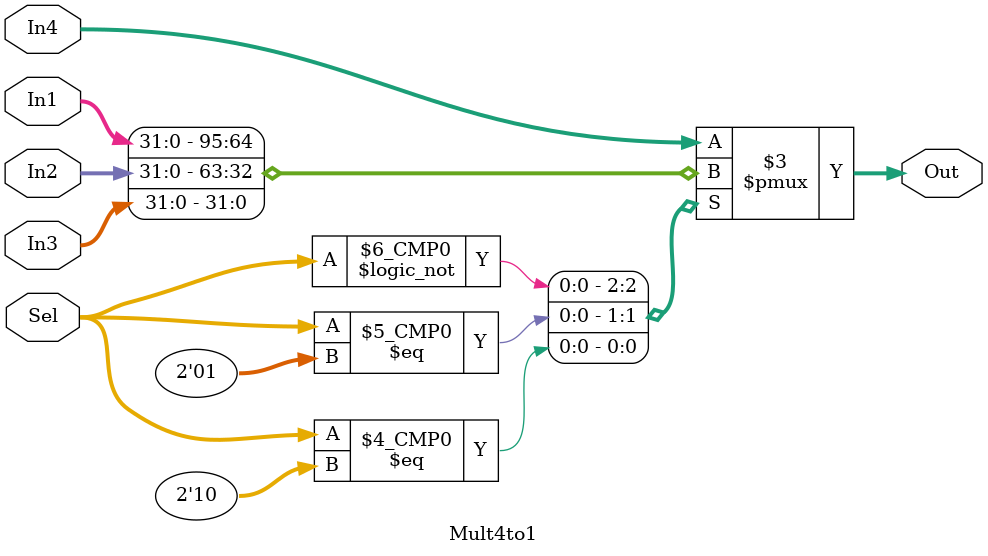
<source format=v>


module Mult4to1 (
    input [31:0] In1, In2, In3, In4, //four 32-bit inputs 
    input [1:0] Sel, //selector signal
    output reg [31:0] Out // 32-bit output
);
    always @(In1, In2, In3, In4, Sel) begin 
        case (Sel) // a 4->1 multiplexor
            0: Out <= In1;
            1: Out <= In2;
            2: Out <= In3;
            default: Out <= In4;
        endcase 
    end
endmodule

</source>
